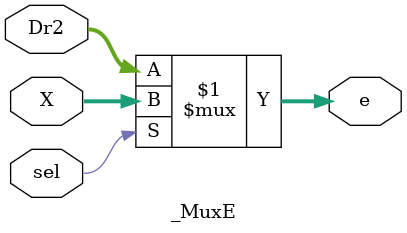
<source format=v>
module _MuxE (
    input wire sel,
    input wire [4:0] Dr2,
    input wire [4:0] X,
    output wire [4:0] e
);
    assign e = (sel) ? X : Dr2;
endmodule
</source>
